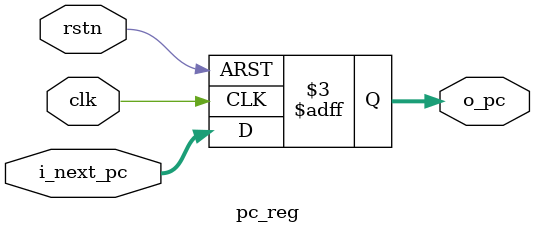
<source format=sv>
/* Creator: ZY (Jiyoon An) */

module pc_reg(
    input clk,
    input rstn,
    input      [31:0] i_next_pc,
    output reg [31:0] o_pc
);

    always @(posedge clk or negedge rstn) begin
        if(!rstn) begin
            o_pc <= 32'h0;
        end
        else begin
            o_pc <= i_next_pc;
        end
    end

endmodule

</source>
